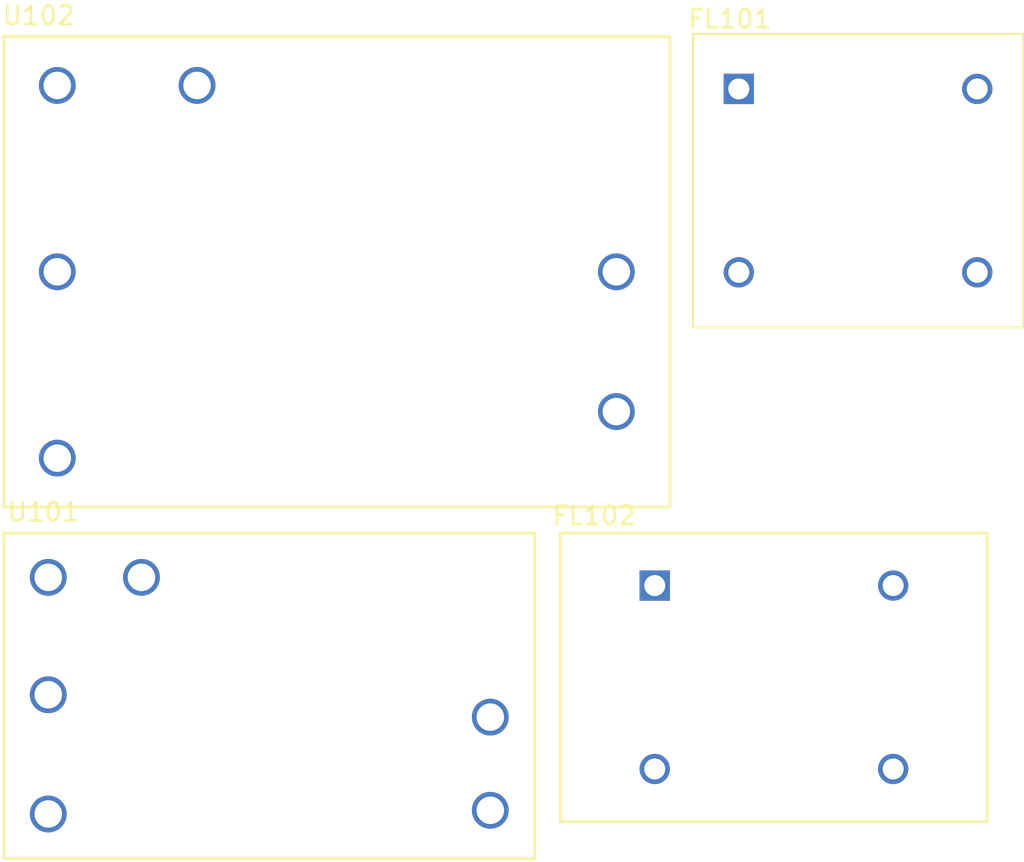
<source format=kicad_pcb>
(kicad_pcb (version 20240108) (generator "pcbnew") (generator_version "8.0")
  (layers (0 "F.Cu" signal) (31 "B.Cu" signal) (34 "B.Paste" user) (35 "F.Paste" user) (36 "B.SilkS" user "B.Silkscreen") (37 "F.SilkS" user "F.Silkscreen") (38 "B.Mask" user) (39 "F.Mask" user) (44 "Edge.Cuts" user))
  (net 0 "")
  (net 1 "Net-(C101-Pad1)")
  (net 2 "Net-(U101-AC1)")
  (net 3 "/N")
  (net 4 "Net-(U101-AC2)")
  (net 5 "Net-(U102-AC2)")
  (net 6 "Net-(C102-Pad1)")
  (net 7 "Net-(U102-AC1)")
  (net 8 "Net-(U101-+BC)")
  (net 9 "+5V")
  (net 10 "Net-(U101--BC)")
  (net 11 "GND")
  (net 12 "Net-(U102--BC)")
  (net 13 "Net-(U102-+BC)")
  (footprint "00_Local:SS11VL-R05350" (layer "F.Cu") (at 115.000001 84)
    (property "Reference" "FL102" (at -3.302 -3.81 0) (layer "F.SilkS"))
    (property "Value" "SS11VL-R05350" (hide yes))
    (fp_line (start -5.1332 -2.874) (end -5.1332 12.874) (stroke (width 0.1524)) (layer "F.SilkS"))
    (fp_line (start -5.1332 12.874) (end 18.1332 12.874) (stroke (width 0.1524)) (layer "F.SilkS"))
    (fp_line (start 18.1332 -2.874) (end -5.1332 -2.874) (stroke (width 0.1524)) (layer "F.SilkS"))
    (fp_line (start 18.1332 12.874) (end 18.1332 -2.874) (stroke (width 0.1524)) (layer "F.SilkS"))
    (pad "1" thru_hole rect (at 0 0) (size 1.651 1.651) (drill 1.143) (layers "*.Cu" "*.Mask") (net 3 "/N"))
    (pad "2" thru_hole circle (at 0 10) (size 1.651 1.651) (drill 1.143) (layers "*.Cu" "*.Mask") (net 6 "Net-(C102-Pad1)"))
    (pad "3" thru_hole circle (at 12.999999 0) (size 1.651 1.651) (drill 1.143) (layers "*.Cu" "*.Mask") (net 7 "Net-(U102-AC1)"))
    (pad "4" thru_hole circle (at 12.999999 10) (size 1.651 1.651) (drill 1.143) (layers "*.Cu" "*.Mask") (net 5 "Net-(U102-AC2)"))
  )
  (footprint "00_Local:TUHS3_TUHS5" (layer "F.Cu") (at 81.934801 83.553)
    (property "Reference" "U101" (at -0.254 -3.556 0) (layer "F.SilkS"))
    (property "Value" "TUHS5Fxx" (hide yes))
    (fp_line (start -2.428 -2.427) (end -2.428 15.3276) (stroke (width 0.1524)) (layer "F.SilkS"))
    (fp_line (start -2.428 15.3276) (end 26.528 15.3276) (stroke (width 0.1524)) (layer "F.SilkS"))
    (fp_line (start 26.528 -2.427) (end -2.428 -2.427) (stroke (width 0.1524)) (layer "F.SilkS"))
    (fp_line (start 26.528 15.3276) (end 26.528 -2.427) (stroke (width 0.1524)) (layer "F.SilkS"))
    (pad "1" thru_hole circle (at 0 0) (size 2.0066 2.0066) (drill 1.4986) (layers "*.Cu" "*.Mask") (net 8 "Net-(U101-+BC)"))
    (pad "2" thru_hole circle (at 0 6.4) (size 2.0066 2.0066) (drill 1.4986) (layers "*.Cu" "*.Mask") (net 2 "Net-(U101-AC1)"))
    (pad "3" thru_hole circle (at 0 12.9) (size 2.0066 2.0066) (drill 1.4986) (layers "*.Cu" "*.Mask") (net 4 "Net-(U101-AC2)"))
    (pad "4" thru_hole circle (at 24.100001 12.700001) (size 2.0066 2.0066) (drill 1.4986) (layers "*.Cu" "*.Mask") (net 9 "+5V"))
    (pad "5" thru_hole circle (at 24.100001 7.620001) (size 2.0066 2.0066) (drill 1.4986) (layers "*.Cu" "*.Mask") (net 11 "GND"))
    (pad "6" thru_hole circle (at 5.079999 0) (size 2.0066 2.0066) (drill 1.4986) (layers "*.Cu" "*.Mask") (net 10 "Net-(U101--BC)"))
  )
  (footprint "00_Local:TUHS25" (layer "F.Cu") (at 82.427801 56.733)
    (property "Reference" "U102" (at -1.016 -3.81 0) (layer "F.SilkS"))
    (property "Value" "TUHS25Fxx" (hide yes))
    (fp_line (start -2.921 -2.667) (end -2.921 22.987) (stroke (width 0.1524)) (layer "F.SilkS"))
    (fp_line (start -2.921 22.987) (end 33.401 22.987) (stroke (width 0.1524)) (layer "F.SilkS"))
    (fp_line (start 33.401 -2.667) (end -2.921 -2.667) (stroke (width 0.1524)) (layer "F.SilkS"))
    (fp_line (start 33.401 22.987) (end 33.401 -2.667) (stroke (width 0.1524)) (layer "F.SilkS"))
    (pad "1" thru_hole circle (at 0 0) (size 2.0066 2.0066) (drill 1.4986) (layers "*.Cu" "*.Mask") (net 13 "Net-(U102-+BC)"))
    (pad "2" thru_hole circle (at 0 10.16) (size 2.0066 2.0066) (drill 1.4986) (layers "*.Cu" "*.Mask") (net 7 "Net-(U102-AC1)"))
    (pad "3" thru_hole circle (at 0 20.32) (size 2.0066 2.0066) (drill 1.4986) (layers "*.Cu" "*.Mask") (net 5 "Net-(U102-AC2)"))
    (pad "4" thru_hole circle (at 30.48 17.78) (size 2.0066 2.0066) (drill 1.4986) (layers "*.Cu" "*.Mask") (net 9 "+5V"))
    (pad "5" thru_hole circle (at 30.48 10.16) (size 2.0066 2.0066) (drill 1.4986) (layers "*.Cu" "*.Mask") (net 11 "GND"))
    (pad "6" thru_hole circle (at 7.62 0) (size 2.0066 2.0066) (drill 1.4986) (layers "*.Cu" "*.Mask") (net 12 "Net-(U102--BC)"))
  )
  (footprint "00_Local:SU10VFC-R04250" (layer "F.Cu") (at 119.583601 56.9228)
    (property "Reference" "FL101" (at -0.5 -3.81 0) (layer "F.SilkS"))
    (property "Value" "SU10VFC-R04250" (hide yes))
    (fp_rect (start -2.5 -3) (end 15.5 13) (stroke (width 0.12)) (fill none) (layer "F.SilkS"))
    (pad "1" thru_hole rect (at 0 0) (size 1.651 1.651) (drill 1.143) (layers "*.Cu" "*.Mask") (net 3 "/N"))
    (pad "2" thru_hole circle (at 0 10) (size 1.651 1.651) (drill 1.143) (layers "*.Cu" "*.Mask") (net 1 "Net-(C101-Pad1)"))
    (pad "3" thru_hole circle (at 12.999999 0) (size 1.651 1.651) (drill 1.143) (layers "*.Cu" "*.Mask") (net 2 "Net-(U101-AC1)"))
    (pad "4" thru_hole circle (at 12.999999 10) (size 1.651 1.651) (drill 1.143) (layers "*.Cu" "*.Mask") (net 4 "Net-(U101-AC2)"))
  )
)
</source>
